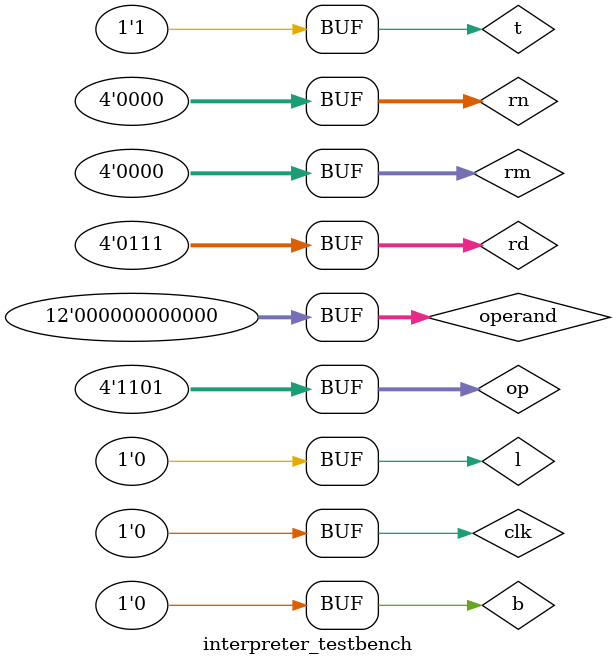
<source format=v>
/* Condition decoded instructions for output ports
	
	Input:
		b,l	 : B, BL indcator
		t		 : type of operand, 1 if number and register otherwise
		offset : offset for branch
		op		 : opcode
		rn, rd : rn, rd from instructions
		rm		 : operand register
		operand: full operand code
	
	Output:
		out1-5 : output data for debug port 3-7
*/		
module interpreter(
	input wire b, l, t, 
	input wire [23:0] offset,
	input wire [3:0] op, rn, rd, rm,
	input wire [11:0] operand,
	output wire [23:0] out1, out2, out3, out4, out5
	);
	
	reg [7:0] t1, t2, t3, t4; // temp vars
	
	assign out1 = t1;
	assign out2 = t2;
	assign out3 = t3;
	assign out4 = t4;
	assign out5 = t;
	
	always @(*) begin
		t3 = 1'b0; t4 = 1'b0;
		if (b) begin
			if (l)
				t1 = 5'b10000;
			else
				t1 = 5'b10001;
			t2 = offset[23:16];
			t3 = offset[15:8];
			t4 = offset[7:0];
		end
		else begin
			t1 = op;
			case (op)	
				4'b0000: begin // AND
								t2 = rd;
								t3 = rn;
								if (t) 
									t4 = operand[7:0];
								else
									t4 = rm;
							end
				4'b0001: begin // EOR *
								t2 = rd;
								t3 = rn;
								if (t) 
									t4 = operand[7:0];
								else
									t4 = rm;
							end
				4'b0010: begin // SUB *
								t2 = rd;
								t3 = rn;
								if (t) 
									t4 = operand[7:0];
								else
									t4 = rm;
							end
				4'b0011: begin // RSB *
								t2 = rd;
								t3 = rn;
								if (t) 
									t4 = operand[7:0];
								else
									t4 = rm;
							end
				4'b0100: begin // ADD *	
								t2 = rd;
								t3 = rn;
								if (t) 
									t4 = operand[7:0];
								else
									t4 = rm;
							end
				4'b0101: begin // ADC *	
								t2 = rd;
								t3 = rn;
								if (t) 
									t4 = operand[7:0];
								else
									t4 = rm;
							end
				4'b0110: begin // SBC *
								t2 = rd;
								t3 = rn;
								if (t) 
									t4 = operand[7:0];
								else
									t4 = rm;
							end
				4'b0111: begin // RSC *
								t2 = rd;
								t3 = rn;
								if (t) 
									t4 = operand[7:0];
								else
									t4 = rm;
							end
				4'b1000: begin // TST
								t2 = rd;
								if (t) 
									t3 = operand[7:0];
								else
									t3 = rm;
							end
				4'b1001: begin// TEQ
								t2 = rd;
								if (t) 
									t3 = operand[7:0];
								else
									t3 = rm;
							end
				4'b1010: begin// CMP
								t2 = rd;
								if (t) 
									t3 = operand[7:0];
								else
									t3 = rm;
							end
				4'b1011: begin// CMN
								t2 = rd;
								if (t) 
									t3 = operand[7:0];
								else
									t3 = rm;
							end
				4'b1100: begin // ORR *
								t2 = rd;
								t3 = rn;
								if (t) 
									t4 = operand[7:0];
								else
									t4 = rm;
							end
				4'b1101: begin// MOV
								t2 = rd;
								if (t) 
									t3 = operand[7:0];
								else
									t3 = rm;
							end
				4'b1110: begin // BIC *
							t2 = rd;
								t3 = rn;
								if (t) 
									t4 = operand[7:0];
								else
									t4 = rm;
							end
				4'b1111: begin // MVN
								t2 = rd;
								if (t) 
									t3 = operand[7:0];
								else
									t3 = rm;
							end
			endcase
		end
	end
endmodule

module interpreter_testbench();
	reg clk,b, l, t; 
	reg [23:0] offset;
	reg [3:0] op, rn, rd, rm;
	reg [11:0] operand;
	wire [23:0] out1, out2, out3, out4, out5;
	
	interpreter dut(b, l , t, offset, op, rn, rd, rm, operand, 
												out1, out2, out3, out4, out5);

	// Set up the clock.
	always begin
		clk = 1; #5; clk = 0; #5;
	end

	// Set up the inputs to the design. Each line is a clock cycle.
	integer i;
	initial begin
																	#10;
		b <= 0; l <= 0; t <= 1; op <= 4'b1101;
		rn <= 0; rd <= 4'b0111; rm <= 0; operand <= 0;	#200;
  end
endmodule
</source>
